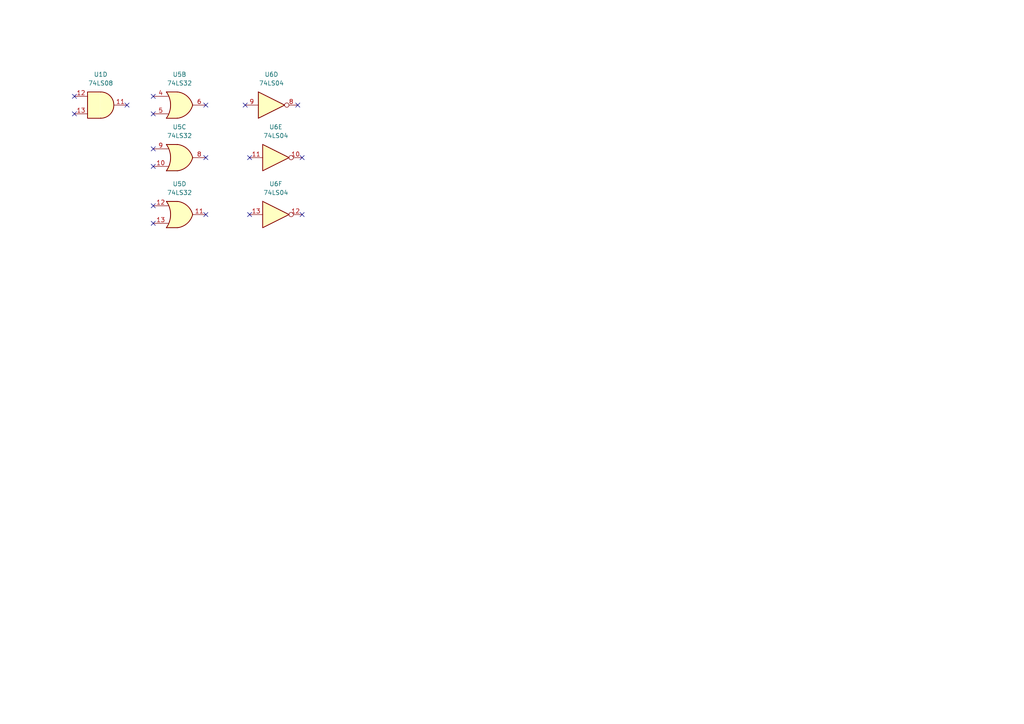
<source format=kicad_sch>
(kicad_sch (version 20231120) (generator "eeschema") (generator_version "8.0")
  (paper "A4")
  (lib_symbols
    (symbol "74LS32_1" (pin_names (offset 1.016))
      (property "Reference" "U" (at 0 1.27 0))
      (property "Value" "74LS32" (at 0 -1.27 0))
      (symbol "74LS32_1_1_1"
        (arc (start -3.81 -3.81) (mid -2.589 0) (end -3.81 3.81) (stroke (width 0.254)))
        (arc (start -0.6096 -3.81) (mid 2.1842 -2.5851) (end 3.81 0) (stroke (width 0.254)) (fill (type background)))
        (polyline (pts (xy -3.81 -3.81) (xy -0.635 -3.81)) (stroke (width 0.254)) (fill (type background)))
        (polyline (pts (xy -3.81 3.81) (xy -0.635 3.81)) (stroke (width 0.254)) (fill (type background)))
        (polyline (pts (xy -0.635 3.81) (xy -3.81 3.81) (xy -3.81 3.81) (xy -3.556 3.4036) (xy -3.0226 2.2606) (xy -2.6924 1.0414) (xy -2.6162 -0.254) (xy -2.7686 -1.4986) (xy -3.175 -2.7178) (xy -3.81 -3.81) (xy -3.81 -3.81) (xy -0.635 -3.81)) (stroke (width -25.4)) (fill (type background)))
        (arc (start 3.81 0) (mid 2.1915 2.5936) (end -0.6096 3.81) (stroke (width 0.254)) (fill (type background)))
        (pin input line (at -7.62 2.54 0) (length 4.318) (name "~") (number "1"))
        (pin input line (at -7.62 -2.54 0) (length 4.318) (name "~") (number "2"))
        (pin output line (at 7.62 0 180) (length 3.81) (name "~") (number "3"))
      )
      (symbol "74LS32_1_1_2"
        (arc (start 0 -3.81) (mid 3.7934 0) (end 0 3.81) (stroke (width 0.254)) (fill (type background)))
        (polyline (pts (xy 0 3.81) (xy -3.81 3.81) (xy -3.81 -3.81) (xy 0 -3.81)) (stroke (width 0.254)) (fill (type background)))
        (pin input inverted (at -7.62 2.54 0) (length 3.81) (name "~") (number "1"))
        (pin input inverted (at -7.62 -2.54 0) (length 3.81) (name "~") (number "2"))
        (pin output inverted (at 7.62 0 180) (length 3.81) (name "~") (number "3"))
      )
      (symbol "74LS32_1_2_1"
        (arc (start -3.81 -3.81) (mid -2.589 0) (end -3.81 3.81) (stroke (width 0.254)))
        (arc (start -0.6096 -3.81) (mid 2.1842 -2.5851) (end 3.81 0) (stroke (width 0.254)) (fill (type background)))
        (polyline (pts (xy -3.81 -3.81) (xy -0.635 -3.81)) (stroke (width 0.254)) (fill (type background)))
        (polyline (pts (xy -3.81 3.81) (xy -0.635 3.81)) (stroke (width 0.254)) (fill (type background)))
        (polyline (pts (xy -0.635 3.81) (xy -3.81 3.81) (xy -3.81 3.81) (xy -3.556 3.4036) (xy -3.0226 2.2606) (xy -2.6924 1.0414) (xy -2.6162 -0.254) (xy -2.7686 -1.4986) (xy -3.175 -2.7178) (xy -3.81 -3.81) (xy -3.81 -3.81) (xy -0.635 -3.81)) (stroke (width -25.4)) (fill (type background)))
        (arc (start 3.81 0) (mid 2.1915 2.5936) (end -0.6096 3.81) (stroke (width 0.254)) (fill (type background)))
        (pin input line (at -7.62 2.54 0) (length 4.318) (name "~") (number "4"))
        (pin input line (at -7.62 -2.54 0) (length 4.318) (name "~") (number "5"))
        (pin output line (at 7.62 0 180) (length 3.81) (name "~") (number "6"))
      )
      (symbol "74LS32_1_2_2"
        (arc (start 0 -3.81) (mid 3.7934 0) (end 0 3.81) (stroke (width 0.254)) (fill (type background)))
        (polyline (pts (xy 0 3.81) (xy -3.81 3.81) (xy -3.81 -3.81) (xy 0 -3.81)) (stroke (width 0.254)) (fill (type background)))
        (pin input inverted (at -7.62 2.54 0) (length 3.81) (name "~") (number "4"))
        (pin input inverted (at -7.62 -2.54 0) (length 3.81) (name "~") (number "5"))
        (pin output inverted (at 7.62 0 180) (length 3.81) (name "~") (number "6"))
      )
      (symbol "74LS32_1_3_1"
        (arc (start -3.81 -3.81) (mid -2.589 0) (end -3.81 3.81) (stroke (width 0.254)))
        (arc (start -0.6096 -3.81) (mid 2.1842 -2.5851) (end 3.81 0) (stroke (width 0.254)) (fill (type background)))
        (polyline (pts (xy -3.81 -3.81) (xy -0.635 -3.81)) (stroke (width 0.254)) (fill (type background)))
        (polyline (pts (xy -3.81 3.81) (xy -0.635 3.81)) (stroke (width 0.254)) (fill (type background)))
        (polyline (pts (xy -0.635 3.81) (xy -3.81 3.81) (xy -3.81 3.81) (xy -3.556 3.4036) (xy -3.0226 2.2606) (xy -2.6924 1.0414) (xy -2.6162 -0.254) (xy -2.7686 -1.4986) (xy -3.175 -2.7178) (xy -3.81 -3.81) (xy -3.81 -3.81) (xy -0.635 -3.81)) (stroke (width -25.4)) (fill (type background)))
        (arc (start 3.81 0) (mid 2.1915 2.5936) (end -0.6096 3.81) (stroke (width 0.254)) (fill (type background)))
        (pin input line (at -7.62 -2.54 0) (length 4.318) (name "~") (number "10"))
        (pin output line (at 7.62 0 180) (length 3.81) (name "~") (number "8"))
        (pin input line (at -7.62 2.54 0) (length 4.318) (name "~") (number "9"))
      )
      (symbol "74LS32_1_3_2"
        (arc (start 0 -3.81) (mid 3.7934 0) (end 0 3.81) (stroke (width 0.254)) (fill (type background)))
        (polyline (pts (xy 0 3.81) (xy -3.81 3.81) (xy -3.81 -3.81) (xy 0 -3.81)) (stroke (width 0.254)) (fill (type background)))
        (pin input inverted (at -7.62 -2.54 0) (length 3.81) (name "~") (number "10"))
        (pin output inverted (at 7.62 0 180) (length 3.81) (name "~") (number "8"))
        (pin input inverted (at -7.62 2.54 0) (length 3.81) (name "~") (number "9"))
      )
      (symbol "74LS32_1_4_1"
        (arc (start -3.81 -3.81) (mid -2.589 0) (end -3.81 3.81) (stroke (width 0.254)))
        (arc (start -0.6096 -3.81) (mid 2.1842 -2.5851) (end 3.81 0) (stroke (width 0.254)) (fill (type background)))
        (polyline (pts (xy -3.81 -3.81) (xy -0.635 -3.81)) (stroke (width 0.254)) (fill (type background)))
        (polyline (pts (xy -3.81 3.81) (xy -0.635 3.81)) (stroke (width 0.254)) (fill (type background)))
        (polyline (pts (xy -0.635 3.81) (xy -3.81 3.81) (xy -3.81 3.81) (xy -3.556 3.4036) (xy -3.0226 2.2606) (xy -2.6924 1.0414) (xy -2.6162 -0.254) (xy -2.7686 -1.4986) (xy -3.175 -2.7178) (xy -3.81 -3.81) (xy -3.81 -3.81) (xy -0.635 -3.81)) (stroke (width -25.4)) (fill (type background)))
        (arc (start 3.81 0) (mid 2.1915 2.5936) (end -0.6096 3.81) (stroke (width 0.254)) (fill (type background)))
        (pin output line (at 7.62 0 180) (length 3.81) (name "~") (number "11"))
        (pin input line (at -7.62 2.54 0) (length 4.318) (name "~") (number "12"))
        (pin input line (at -7.62 -2.54 0) (length 4.318) (name "~") (number "13"))
      )
      (symbol "74LS32_1_4_2"
        (arc (start 0 -3.81) (mid 3.7934 0) (end 0 3.81) (stroke (width 0.254)) (fill (type background)))
        (polyline (pts (xy 0 3.81) (xy -3.81 3.81) (xy -3.81 -3.81) (xy 0 -3.81)) (stroke (width 0.254)) (fill (type background)))
        (pin output inverted (at 7.62 0 180) (length 3.81) (name "~") (number "11"))
        (pin input inverted (at -7.62 2.54 0) (length 3.81) (name "~") (number "12"))
        (pin input inverted (at -7.62 -2.54 0) (length 3.81) (name "~") (number "13"))
      )
      (symbol "74LS32_1_5_0"
        (pin power_in line (at 0 12.7 270) (length 5.08) (name "VCC") (number "14"))
        (pin power_in line (at 0 -12.7 90) (length 5.08) (name "GND") (number "7"))
      )
      (symbol "74LS32_1_5_1"
        (rectangle (start -5.08 7.62) (end 5.08 -7.62) (stroke (width 0.254)) (fill (type background)))
      )
    )
    (symbol "74xx:74LS04"
      (property "Reference" "U" (at 0 1.27 0))
      (property "Value" "74LS04" (at 0 -1.27 0))
      (symbol "74LS04_1_0"
        (polyline (pts (xy -3.81 3.81) (xy -3.81 -3.81) (xy 3.81 0) (xy -3.81 3.81)) (stroke (width 0.254)) (fill (type background)))
        (pin input line (at -7.62 0 0) (length 3.81) (name "~") (number "1"))
        (pin output inverted (at 7.62 0 180) (length 3.81) (name "~") (number "2"))
      )
      (symbol "74LS04_2_0"
        (polyline (pts (xy -3.81 3.81) (xy -3.81 -3.81) (xy 3.81 0) (xy -3.81 3.81)) (stroke (width 0.254)) (fill (type background)))
        (pin input line (at -7.62 0 0) (length 3.81) (name "~") (number "3"))
        (pin output inverted (at 7.62 0 180) (length 3.81) (name "~") (number "4"))
      )
      (symbol "74LS04_3_0"
        (polyline (pts (xy -3.81 3.81) (xy -3.81 -3.81) (xy 3.81 0) (xy -3.81 3.81)) (stroke (width 0.254)) (fill (type background)))
        (pin input line (at -7.62 0 0) (length 3.81) (name "~") (number "5"))
        (pin output inverted (at 7.62 0 180) (length 3.81) (name "~") (number "6"))
      )
      (symbol "74LS04_4_0"
        (polyline (pts (xy -3.81 3.81) (xy -3.81 -3.81) (xy 3.81 0) (xy -3.81 3.81)) (stroke (width 0.254)) (fill (type background)))
        (pin output inverted (at 7.62 0 180) (length 3.81) (name "~") (number "8"))
        (pin input line (at -7.62 0 0) (length 3.81) (name "~") (number "9"))
      )
      (symbol "74LS04_5_0"
        (polyline (pts (xy -3.81 3.81) (xy -3.81 -3.81) (xy 3.81 0) (xy -3.81 3.81)) (stroke (width 0.254)) (fill (type background)))
        (pin output inverted (at 7.62 0 180) (length 3.81) (name "~") (number "10"))
        (pin input line (at -7.62 0 0) (length 3.81) (name "~") (number "11"))
      )
      (symbol "74LS04_6_0"
        (polyline (pts (xy -3.81 3.81) (xy -3.81 -3.81) (xy 3.81 0) (xy -3.81 3.81)) (stroke (width 0.254)) (fill (type background)))
        (pin output inverted (at 7.62 0 180) (length 3.81) (name "~") (number "12"))
        (pin input line (at -7.62 0 0) (length 3.81) (name "~") (number "13"))
      )
      (symbol "74LS04_7_0"
        (pin power_in line (at 0 12.7 270) (length 5.08) (name "VCC") (number "14"))
        (pin power_in line (at 0 -12.7 90) (length 5.08) (name "GND") (number "7"))
      )
      (symbol "74LS04_7_1"
        (rectangle (start -5.08 7.62) (end 5.08 -7.62) (stroke (width 0.254)) (fill (type background)))
      )
    )
    (symbol "74xx:74LS08" (pin_names (offset 1.016))
      (property "Reference" "U" (at 0 1.27 0))
      (property "Value" "74LS08" (at 0 -1.27 0))
      (symbol "74LS08_1_1"
        (arc (start 0 -3.81) (mid 3.7934 0) (end 0 3.81) (stroke (width 0.254)) (fill (type background)))
        (polyline (pts (xy 0 3.81) (xy -3.81 3.81) (xy -3.81 -3.81) (xy 0 -3.81)) (stroke (width 0.254)) (fill (type background)))
        (pin input line (at -7.62 2.54 0) (length 3.81) (name "~") (number "1"))
        (pin input line (at -7.62 -2.54 0) (length 3.81) (name "~") (number "2"))
        (pin output line (at 7.62 0 180) (length 3.81) (name "~") (number "3"))
      )
      (symbol "74LS08_1_2"
        (arc (start -3.81 -3.81) (mid -2.589 0) (end -3.81 3.81) (stroke (width 0.254)))
        (arc (start -0.6096 -3.81) (mid 2.1842 -2.5851) (end 3.81 0) (stroke (width 0.254)) (fill (type background)))
        (polyline (pts (xy -3.81 -3.81) (xy -0.635 -3.81)) (stroke (width 0.254)) (fill (type background)))
        (polyline (pts (xy -3.81 3.81) (xy -0.635 3.81)) (stroke (width 0.254)) (fill (type background)))
        (polyline (pts (xy -0.635 3.81) (xy -3.81 3.81) (xy -3.81 3.81) (xy -3.556 3.4036) (xy -3.0226 2.2606) (xy -2.6924 1.0414) (xy -2.6162 -0.254) (xy -2.7686 -1.4986) (xy -3.175 -2.7178) (xy -3.81 -3.81) (xy -3.81 -3.81) (xy -0.635 -3.81)) (stroke (width -25.4)) (fill (type background)))
        (arc (start 3.81 0) (mid 2.1915 2.5936) (end -0.6096 3.81) (stroke (width 0.254)) (fill (type background)))
        (pin input inverted (at -7.62 2.54 0) (length 4.318) (name "~") (number "1"))
        (pin input inverted (at -7.62 -2.54 0) (length 4.318) (name "~") (number "2"))
        (pin output inverted (at 7.62 0 180) (length 3.81) (name "~") (number "3"))
      )
      (symbol "74LS08_2_1"
        (arc (start 0 -3.81) (mid 3.7934 0) (end 0 3.81) (stroke (width 0.254)) (fill (type background)))
        (polyline (pts (xy 0 3.81) (xy -3.81 3.81) (xy -3.81 -3.81) (xy 0 -3.81)) (stroke (width 0.254)) (fill (type background)))
        (pin input line (at -7.62 2.54 0) (length 3.81) (name "~") (number "4"))
        (pin input line (at -7.62 -2.54 0) (length 3.81) (name "~") (number "5"))
        (pin output line (at 7.62 0 180) (length 3.81) (name "~") (number "6"))
      )
      (symbol "74LS08_2_2"
        (arc (start -3.81 -3.81) (mid -2.589 0) (end -3.81 3.81) (stroke (width 0.254)))
        (arc (start -0.6096 -3.81) (mid 2.1842 -2.5851) (end 3.81 0) (stroke (width 0.254)) (fill (type background)))
        (polyline (pts (xy -3.81 -3.81) (xy -0.635 -3.81)) (stroke (width 0.254)) (fill (type background)))
        (polyline (pts (xy -3.81 3.81) (xy -0.635 3.81)) (stroke (width 0.254)) (fill (type background)))
        (polyline (pts (xy -0.635 3.81) (xy -3.81 3.81) (xy -3.81 3.81) (xy -3.556 3.4036) (xy -3.0226 2.2606) (xy -2.6924 1.0414) (xy -2.6162 -0.254) (xy -2.7686 -1.4986) (xy -3.175 -2.7178) (xy -3.81 -3.81) (xy -3.81 -3.81) (xy -0.635 -3.81)) (stroke (width -25.4)) (fill (type background)))
        (arc (start 3.81 0) (mid 2.1915 2.5936) (end -0.6096 3.81) (stroke (width 0.254)) (fill (type background)))
        (pin input inverted (at -7.62 2.54 0) (length 4.318) (name "~") (number "4"))
        (pin input inverted (at -7.62 -2.54 0) (length 4.318) (name "~") (number "5"))
        (pin output inverted (at 7.62 0 180) (length 3.81) (name "~") (number "6"))
      )
      (symbol "74LS08_3_1"
        (arc (start 0 -3.81) (mid 3.7934 0) (end 0 3.81) (stroke (width 0.254)) (fill (type background)))
        (polyline (pts (xy 0 3.81) (xy -3.81 3.81) (xy -3.81 -3.81) (xy 0 -3.81)) (stroke (width 0.254)) (fill (type background)))
        (pin input line (at -7.62 -2.54 0) (length 3.81) (name "~") (number "10"))
        (pin output line (at 7.62 0 180) (length 3.81) (name "~") (number "8"))
        (pin input line (at -7.62 2.54 0) (length 3.81) (name "~") (number "9"))
      )
      (symbol "74LS08_3_2"
        (arc (start -3.81 -3.81) (mid -2.589 0) (end -3.81 3.81) (stroke (width 0.254)))
        (arc (start -0.6096 -3.81) (mid 2.1842 -2.5851) (end 3.81 0) (stroke (width 0.254)) (fill (type background)))
        (polyline (pts (xy -3.81 -3.81) (xy -0.635 -3.81)) (stroke (width 0.254)) (fill (type background)))
        (polyline (pts (xy -3.81 3.81) (xy -0.635 3.81)) (stroke (width 0.254)) (fill (type background)))
        (polyline (pts (xy -0.635 3.81) (xy -3.81 3.81) (xy -3.81 3.81) (xy -3.556 3.4036) (xy -3.0226 2.2606) (xy -2.6924 1.0414) (xy -2.6162 -0.254) (xy -2.7686 -1.4986) (xy -3.175 -2.7178) (xy -3.81 -3.81) (xy -3.81 -3.81) (xy -0.635 -3.81)) (stroke (width -25.4)) (fill (type background)))
        (arc (start 3.81 0) (mid 2.1915 2.5936) (end -0.6096 3.81) (stroke (width 0.254)) (fill (type background)))
        (pin input inverted (at -7.62 -2.54 0) (length 4.318) (name "~") (number "10"))
        (pin output inverted (at 7.62 0 180) (length 3.81) (name "~") (number "8"))
        (pin input inverted (at -7.62 2.54 0) (length 4.318) (name "~") (number "9"))
      )
      (symbol "74LS08_4_1"
        (arc (start 0 -3.81) (mid 3.7934 0) (end 0 3.81) (stroke (width 0.254)) (fill (type background)))
        (polyline (pts (xy 0 3.81) (xy -3.81 3.81) (xy -3.81 -3.81) (xy 0 -3.81)) (stroke (width 0.254)) (fill (type background)))
        (pin output line (at 7.62 0 180) (length 3.81) (name "~") (number "11"))
        (pin input line (at -7.62 2.54 0) (length 3.81) (name "~") (number "12"))
        (pin input line (at -7.62 -2.54 0) (length 3.81) (name "~") (number "13"))
      )
      (symbol "74LS08_4_2"
        (arc (start -3.81 -3.81) (mid -2.589 0) (end -3.81 3.81) (stroke (width 0.254)))
        (arc (start -0.6096 -3.81) (mid 2.1842 -2.5851) (end 3.81 0) (stroke (width 0.254)) (fill (type background)))
        (polyline (pts (xy -3.81 -3.81) (xy -0.635 -3.81)) (stroke (width 0.254)) (fill (type background)))
        (polyline (pts (xy -3.81 3.81) (xy -0.635 3.81)) (stroke (width 0.254)) (fill (type background)))
        (polyline (pts (xy -0.635 3.81) (xy -3.81 3.81) (xy -3.81 3.81) (xy -3.556 3.4036) (xy -3.0226 2.2606) (xy -2.6924 1.0414) (xy -2.6162 -0.254) (xy -2.7686 -1.4986) (xy -3.175 -2.7178) (xy -3.81 -3.81) (xy -3.81 -3.81) (xy -0.635 -3.81)) (stroke (width -25.4)) (fill (type background)))
        (arc (start 3.81 0) (mid 2.1915 2.5936) (end -0.6096 3.81) (stroke (width 0.254)) (fill (type background)))
        (pin output inverted (at 7.62 0 180) (length 3.81) (name "~") (number "11"))
        (pin input inverted (at -7.62 2.54 0) (length 4.318) (name "~") (number "12"))
        (pin input inverted (at -7.62 -2.54 0) (length 4.318) (name "~") (number "13"))
      )
      (symbol "74LS08_5_0"
        (pin power_in line (at 0 12.7 270) (length 5.08) (name "VCC") (number "14"))
        (pin power_in line (at 0 -12.7 90) (length 5.08) (name "GND") (number "7"))
      )
      (symbol "74LS08_5_1"
        (rectangle (start -5.08 7.62) (end 5.08 -7.62) (stroke (width 0.254)) (fill (type background)))
      )
    )
    (symbol "74xx:74LS32" (pin_names (offset 1.016))
      (property "Reference" "U" (at 0 1.27 0))
      (property "Value" "74LS32" (at 0 -1.27 0))
      (symbol "74LS32_1_1"
        (arc (start -3.81 -3.81) (mid -2.589 0) (end -3.81 3.81) (stroke (width 0.254)))
        (arc (start -0.6096 -3.81) (mid 2.1842 -2.5851) (end 3.81 0) (stroke (width 0.254)) (fill (type background)))
        (polyline (pts (xy -3.81 -3.81) (xy -0.635 -3.81)) (stroke (width 0.254)) (fill (type background)))
        (polyline (pts (xy -3.81 3.81) (xy -0.635 3.81)) (stroke (width 0.254)) (fill (type background)))
        (polyline (pts (xy -0.635 3.81) (xy -3.81 3.81) (xy -3.81 3.81) (xy -3.556 3.4036) (xy -3.0226 2.2606) (xy -2.6924 1.0414) (xy -2.6162 -0.254) (xy -2.7686 -1.4986) (xy -3.175 -2.7178) (xy -3.81 -3.81) (xy -3.81 -3.81) (xy -0.635 -3.81)) (stroke (width -25.4)) (fill (type background)))
        (arc (start 3.81 0) (mid 2.1915 2.5936) (end -0.6096 3.81) (stroke (width 0.254)) (fill (type background)))
        (pin input line (at -7.62 2.54 0) (length 4.318) (name "~") (number "1"))
        (pin input line (at -7.62 -2.54 0) (length 4.318) (name "~") (number "2"))
        (pin output line (at 7.62 0 180) (length 3.81) (name "~") (number "3"))
      )
      (symbol "74LS32_1_2"
        (arc (start 0 -3.81) (mid 3.7934 0) (end 0 3.81) (stroke (width 0.254)) (fill (type background)))
        (polyline (pts (xy 0 3.81) (xy -3.81 3.81) (xy -3.81 -3.81) (xy 0 -3.81)) (stroke (width 0.254)) (fill (type background)))
        (pin input inverted (at -7.62 2.54 0) (length 3.81) (name "~") (number "1"))
        (pin input inverted (at -7.62 -2.54 0) (length 3.81) (name "~") (number "2"))
        (pin output inverted (at 7.62 0 180) (length 3.81) (name "~") (number "3"))
      )
      (symbol "74LS32_2_1"
        (arc (start -3.81 -3.81) (mid -2.589 0) (end -3.81 3.81) (stroke (width 0.254)))
        (arc (start -0.6096 -3.81) (mid 2.1842 -2.5851) (end 3.81 0) (stroke (width 0.254)) (fill (type background)))
        (polyline (pts (xy -3.81 -3.81) (xy -0.635 -3.81)) (stroke (width 0.254)) (fill (type background)))
        (polyline (pts (xy -3.81 3.81) (xy -0.635 3.81)) (stroke (width 0.254)) (fill (type background)))
        (polyline (pts (xy -0.635 3.81) (xy -3.81 3.81) (xy -3.81 3.81) (xy -3.556 3.4036) (xy -3.0226 2.2606) (xy -2.6924 1.0414) (xy -2.6162 -0.254) (xy -2.7686 -1.4986) (xy -3.175 -2.7178) (xy -3.81 -3.81) (xy -3.81 -3.81) (xy -0.635 -3.81)) (stroke (width -25.4)) (fill (type background)))
        (arc (start 3.81 0) (mid 2.1915 2.5936) (end -0.6096 3.81) (stroke (width 0.254)) (fill (type background)))
        (pin input line (at -7.62 2.54 0) (length 4.318) (name "~") (number "4"))
        (pin input line (at -7.62 -2.54 0) (length 4.318) (name "~") (number "5"))
        (pin output line (at 7.62 0 180) (length 3.81) (name "~") (number "6"))
      )
      (symbol "74LS32_2_2"
        (arc (start 0 -3.81) (mid 3.7934 0) (end 0 3.81) (stroke (width 0.254)) (fill (type background)))
        (polyline (pts (xy 0 3.81) (xy -3.81 3.81) (xy -3.81 -3.81) (xy 0 -3.81)) (stroke (width 0.254)) (fill (type background)))
        (pin input inverted (at -7.62 2.54 0) (length 3.81) (name "~") (number "4"))
        (pin input inverted (at -7.62 -2.54 0) (length 3.81) (name "~") (number "5"))
        (pin output inverted (at 7.62 0 180) (length 3.81) (name "~") (number "6"))
      )
      (symbol "74LS32_3_1"
        (arc (start -3.81 -3.81) (mid -2.589 0) (end -3.81 3.81) (stroke (width 0.254)))
        (arc (start -0.6096 -3.81) (mid 2.1842 -2.5851) (end 3.81 0) (stroke (width 0.254)) (fill (type background)))
        (polyline (pts (xy -3.81 -3.81) (xy -0.635 -3.81)) (stroke (width 0.254)) (fill (type background)))
        (polyline (pts (xy -3.81 3.81) (xy -0.635 3.81)) (stroke (width 0.254)) (fill (type background)))
        (polyline (pts (xy -0.635 3.81) (xy -3.81 3.81) (xy -3.81 3.81) (xy -3.556 3.4036) (xy -3.0226 2.2606) (xy -2.6924 1.0414) (xy -2.6162 -0.254) (xy -2.7686 -1.4986) (xy -3.175 -2.7178) (xy -3.81 -3.81) (xy -3.81 -3.81) (xy -0.635 -3.81)) (stroke (width -25.4)) (fill (type background)))
        (arc (start 3.81 0) (mid 2.1915 2.5936) (end -0.6096 3.81) (stroke (width 0.254)) (fill (type background)))
        (pin input line (at -7.62 -2.54 0) (length 4.318) (name "~") (number "10"))
        (pin output line (at 7.62 0 180) (length 3.81) (name "~") (number "8"))
        (pin input line (at -7.62 2.54 0) (length 4.318) (name "~") (number "9"))
      )
      (symbol "74LS32_3_2"
        (arc (start 0 -3.81) (mid 3.7934 0) (end 0 3.81) (stroke (width 0.254)) (fill (type background)))
        (polyline (pts (xy 0 3.81) (xy -3.81 3.81) (xy -3.81 -3.81) (xy 0 -3.81)) (stroke (width 0.254)) (fill (type background)))
        (pin input inverted (at -7.62 -2.54 0) (length 3.81) (name "~") (number "10"))
        (pin output inverted (at 7.62 0 180) (length 3.81) (name "~") (number "8"))
        (pin input inverted (at -7.62 2.54 0) (length 3.81) (name "~") (number "9"))
      )
      (symbol "74LS32_4_1"
        (arc (start -3.81 -3.81) (mid -2.589 0) (end -3.81 3.81) (stroke (width 0.254)))
        (arc (start -0.6096 -3.81) (mid 2.1842 -2.5851) (end 3.81 0) (stroke (width 0.254)) (fill (type background)))
        (polyline (pts (xy -3.81 -3.81) (xy -0.635 -3.81)) (stroke (width 0.254)) (fill (type background)))
        (polyline (pts (xy -3.81 3.81) (xy -0.635 3.81)) (stroke (width 0.254)) (fill (type background)))
        (polyline (pts (xy -0.635 3.81) (xy -3.81 3.81) (xy -3.81 3.81) (xy -3.556 3.4036) (xy -3.0226 2.2606) (xy -2.6924 1.0414) (xy -2.6162 -0.254) (xy -2.7686 -1.4986) (xy -3.175 -2.7178) (xy -3.81 -3.81) (xy -3.81 -3.81) (xy -0.635 -3.81)) (stroke (width -25.4)) (fill (type background)))
        (arc (start 3.81 0) (mid 2.1915 2.5936) (end -0.6096 3.81) (stroke (width 0.254)) (fill (type background)))
        (pin output line (at 7.62 0 180) (length 3.81) (name "~") (number "11"))
        (pin input line (at -7.62 2.54 0) (length 4.318) (name "~") (number "12"))
        (pin input line (at -7.62 -2.54 0) (length 4.318) (name "~") (number "13"))
      )
      (symbol "74LS32_4_2"
        (arc (start 0 -3.81) (mid 3.7934 0) (end 0 3.81) (stroke (width 0.254)) (fill (type background)))
        (polyline (pts (xy 0 3.81) (xy -3.81 3.81) (xy -3.81 -3.81) (xy 0 -3.81)) (stroke (width 0.254)) (fill (type background)))
        (pin output inverted (at 7.62 0 180) (length 3.81) (name "~") (number "11"))
        (pin input inverted (at -7.62 2.54 0) (length 3.81) (name "~") (number "12"))
        (pin input inverted (at -7.62 -2.54 0) (length 3.81) (name "~") (number "13"))
      )
      (symbol "74LS32_5_0"
        (pin power_in line (at 0 12.7 270) (length 5.08) (name "VCC") (number "14"))
        (pin power_in line (at 0 -12.7 90) (length 5.08) (name "GND") (number "7"))
      )
      (symbol "74LS32_5_1"
        (rectangle (start -5.08 7.62) (end 5.08 -7.62) (stroke (width 0.254)) (fill (type background)))
      )
    )
  )
  (no_connect (at 21.59 33.02))
  (no_connect (at 87.63 45.72))
  (no_connect (at 87.63 62.23))
  (no_connect (at 59.69 62.23))
  (no_connect (at 44.45 33.02))
  (no_connect (at 21.59 27.94))
  (no_connect (at 44.45 59.69))
  (no_connect (at 44.45 43.18))
  (no_connect (at 44.45 48.26))
  (no_connect (at 59.69 30.48))
  (no_connect (at 44.45 64.77))
  (no_connect (at 59.69 45.72))
  (no_connect (at 44.45 27.94))
  (no_connect (at 72.39 45.72))
  (no_connect (at 36.83 30.48))
  (no_connect (at 71.12 30.48))
  (no_connect (at 72.39 62.23))
  (no_connect (at 86.36 30.48))
  (symbol (lib_id "74xx:74LS08") (at 29.21 30.48 0) (unit 4) (exclude_from_sim yes)
    (property "Reference" "U1" (at 29.2017 21.59 0))
    (property "Value" "74LS08" (at 29.2017 24.13 0))
    (property "Datasheet" "http://www.ti.com/lit/gpn/sn74LS08" (effects (hide yes)))
    (property "Description" "Quad And2" (effects (hide yes)))
  )
  (symbol (lib_id "74xx:74LS04") (at 80.01 45.72 0) (unit 5) (exclude_from_sim yes)
    (property "Reference" "U6" (at 80.01 36.83 0))
    (property "Value" "74LS04" (at 80.01 39.37 0))
    (property "Datasheet" "http://www.ti.com/lit/gpn/sn74LS04" (effects (hide yes)))
    (property "Description" "Hex Inverter" (effects (hide yes)))
  )
  (symbol (lib_name "74LS32_1") (lib_id "74xx:74LS32") (at 52.07 30.48 0) (unit 2) (exclude_from_sim yes)
    (property "Reference" "U5" (at 52.07 21.59 0))
    (property "Value" "74LS32" (at 52.07 24.13 0))
    (property "Datasheet" "http://www.ti.com/lit/gpn/sn74LS32" (effects (hide yes)))
    (property "Description" "Quad 2-input OR" (effects (hide yes)))
  )
  (symbol (lib_id "74xx:74LS04") (at 78.74 30.48 0) (unit 4) (exclude_from_sim yes)
    (property "Reference" "U6" (at 78.74 21.59 0))
    (property "Value" "74LS04" (at 78.74 24.13 0))
    (property "Datasheet" "http://www.ti.com/lit/gpn/sn74LS04" (effects (hide yes)))
    (property "Description" "Hex Inverter" (effects (hide yes)))
  )
  (symbol (lib_id "74xx:74LS04") (at 80.01 62.23 0) (unit 6) (exclude_from_sim yes)
    (property "Reference" "U6" (at 80.01 53.34 0))
    (property "Value" "74LS04" (at 80.01 55.88 0))
    (property "Datasheet" "http://www.ti.com/lit/gpn/sn74LS04" (effects (hide yes)))
    (property "Description" "Hex Inverter" (effects (hide yes)))
  )
  (symbol (lib_id "74xx:74LS32") (at 52.07 45.72 0) (unit 3) (exclude_from_sim yes)
    (property "Reference" "U5" (at 52.07 36.83 0))
    (property "Value" "74LS32" (at 52.07 39.37 0))
    (property "Datasheet" "http://www.ti.com/lit/gpn/sn74LS32" (effects (hide yes)))
    (property "Description" "Quad 2-input OR" (effects (hide yes)))
  )
  (symbol (lib_id "74xx:74LS32") (at 52.07 62.23 0) (unit 4) (exclude_from_sim yes)
    (property "Reference" "U5" (at 52.07 53.34 0))
    (property "Value" "74LS32" (at 52.07 55.88 0))
    (property "Datasheet" "http://www.ti.com/lit/gpn/sn74LS32" (effects (hide yes)))
    (property "Description" "Quad 2-input OR" (effects (hide yes)))
  )
)
</source>
